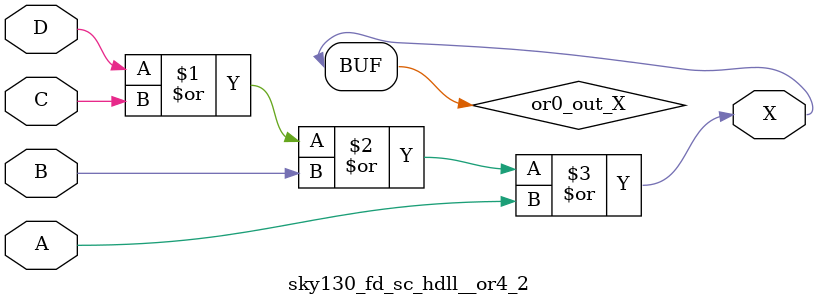
<source format=v>
/*
 * Copyright 2020 The SkyWater PDK Authors
 *
 * Licensed under the Apache License, Version 2.0 (the "License");
 * you may not use this file except in compliance with the License.
 * You may obtain a copy of the License at
 *
 *     https://www.apache.org/licenses/LICENSE-2.0
 *
 * Unless required by applicable law or agreed to in writing, software
 * distributed under the License is distributed on an "AS IS" BASIS,
 * WITHOUT WARRANTIES OR CONDITIONS OF ANY KIND, either express or implied.
 * See the License for the specific language governing permissions and
 * limitations under the License.
 *
 * SPDX-License-Identifier: Apache-2.0
*/


`ifndef SKY130_FD_SC_HDLL__OR4_2_FUNCTIONAL_V
`define SKY130_FD_SC_HDLL__OR4_2_FUNCTIONAL_V

/**
 * or4: 4-input OR.
 *
 * Verilog simulation functional model.
 */

`timescale 1ns / 1ps
`default_nettype none

`celldefine
module sky130_fd_sc_hdll__or4_2 (
    X,
    A,
    B,
    C,
    D
);

    // Module ports
    output X;
    input  A;
    input  B;
    input  C;
    input  D;

    // Local signals
    wire or0_out_X;

    //  Name  Output     Other arguments
    or  or0  (or0_out_X, D, C, B, A     );
    buf buf0 (X        , or0_out_X      );

endmodule
`endcelldefine

`default_nettype wire
`endif  // SKY130_FD_SC_HDLL__OR4_2_FUNCTIONAL_V

</source>
